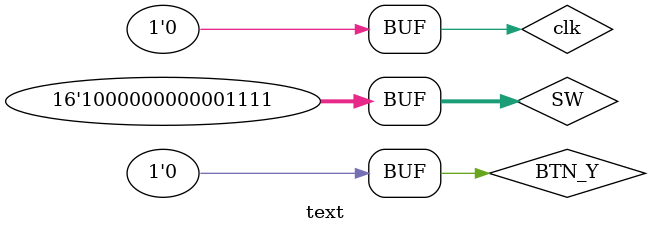
<source format=v>
`timescale 1ns / 1ps


module text;

	// Inputs
	reg clk;
	reg [15:0] SW;
	reg BTN_Y;

	// Instantiate the Unit Under Test (UUT)
	Top uut (
		.clk(clk), 
		.SW(SW), 
		.BTN_Y(BTN_Y)
	);

	initial begin
		// Initialize Inputs
		clk = 0;
		SW = 0;
		BTN_Y = 0;

		// Wait 100 ns for global reset to finish
		#50;
      SW[15]=1;
		#20
		SW[0]=1;
		SW[1]=1;
		#20
		SW[2]=1;
		SW[3]=1;
	end
	
      
endmodule


</source>
